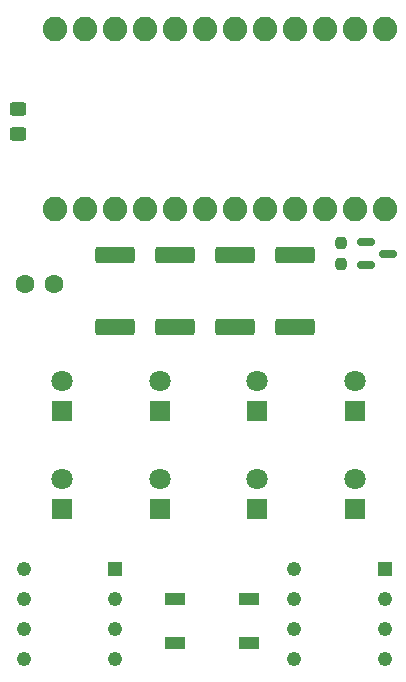
<source format=gbr>
%TF.GenerationSoftware,KiCad,Pcbnew,7.0.9-7.0.9~ubuntu20.04.1*%
%TF.CreationDate,2023-12-28T23:11:07+09:00*%
%TF.ProjectId,diy_oled_3d_controller,6469795f-6f6c-4656-945f-33645f636f6e,rev?*%
%TF.SameCoordinates,Original*%
%TF.FileFunction,Soldermask,Top*%
%TF.FilePolarity,Negative*%
%FSLAX46Y46*%
G04 Gerber Fmt 4.6, Leading zero omitted, Abs format (unit mm)*
G04 Created by KiCad (PCBNEW 7.0.9-7.0.9~ubuntu20.04.1) date 2023-12-28 23:11:07*
%MOMM*%
%LPD*%
G01*
G04 APERTURE LIST*
G04 Aperture macros list*
%AMRoundRect*
0 Rectangle with rounded corners*
0 $1 Rounding radius*
0 $2 $3 $4 $5 $6 $7 $8 $9 X,Y pos of 4 corners*
0 Add a 4 corners polygon primitive as box body*
4,1,4,$2,$3,$4,$5,$6,$7,$8,$9,$2,$3,0*
0 Add four circle primitives for the rounded corners*
1,1,$1+$1,$2,$3*
1,1,$1+$1,$4,$5*
1,1,$1+$1,$6,$7*
1,1,$1+$1,$8,$9*
0 Add four rect primitives between the rounded corners*
20,1,$1+$1,$2,$3,$4,$5,0*
20,1,$1+$1,$4,$5,$6,$7,0*
20,1,$1+$1,$6,$7,$8,$9,0*
20,1,$1+$1,$8,$9,$2,$3,0*%
G04 Aperture macros list end*
%ADD10RoundRect,0.250000X-0.450000X0.325000X-0.450000X-0.325000X0.450000X-0.325000X0.450000X0.325000X0*%
%ADD11RoundRect,0.237500X-0.237500X0.250000X-0.237500X-0.250000X0.237500X-0.250000X0.237500X0.250000X0*%
%ADD12R,1.800000X1.800000*%
%ADD13C,1.800000*%
%ADD14RoundRect,0.150000X-0.587500X-0.150000X0.587500X-0.150000X0.587500X0.150000X-0.587500X0.150000X0*%
%ADD15RoundRect,0.249999X-1.425001X0.450001X-1.425001X-0.450001X1.425001X-0.450001X1.425001X0.450001X0*%
%ADD16C,1.600000*%
%ADD17C,2.082800*%
%ADD18R,1.700000X1.000000*%
%ADD19R,1.220000X1.220000*%
%ADD20C,1.220000*%
G04 APERTURE END LIST*
D10*
%TO.C,F1*%
X93421200Y-60969000D03*
X93421200Y-58919000D03*
%TD*%
D11*
%TO.C,R1*%
X120782500Y-70207500D03*
X120782500Y-72032500D03*
%TD*%
D12*
%TO.C,D6*%
X105410000Y-92715000D03*
D13*
X105410000Y-90175000D03*
%TD*%
D12*
%TO.C,D8*%
X121920000Y-92715000D03*
D13*
X121920000Y-90175000D03*
%TD*%
D12*
%TO.C,D1*%
X97155000Y-84455000D03*
D13*
X97155000Y-81915000D03*
%TD*%
D14*
%TO.C,Q1*%
X122887500Y-70170000D03*
X122887500Y-72070000D03*
X124762500Y-71120000D03*
%TD*%
D12*
%TO.C,D5*%
X97155000Y-92710000D03*
D13*
X97155000Y-90170000D03*
%TD*%
D12*
%TO.C,D4*%
X121920000Y-84460000D03*
D13*
X121920000Y-81920000D03*
%TD*%
D15*
%TO.C,R11*%
X111760000Y-71245000D03*
X111760000Y-77345000D03*
%TD*%
D16*
%TO.C,C1*%
X96500000Y-73660000D03*
X94000000Y-73660000D03*
%TD*%
D12*
%TO.C,D7*%
X113665000Y-92715000D03*
D13*
X113665000Y-90175000D03*
%TD*%
D17*
%TO.C,B1*%
X96520000Y-67310000D03*
X99060000Y-67310000D03*
X101600000Y-67310000D03*
X104140000Y-67310000D03*
X106680000Y-67310000D03*
X109220000Y-67310000D03*
X111760000Y-67310000D03*
X114300000Y-67310000D03*
X116840000Y-67310000D03*
X119380000Y-67310000D03*
X121920000Y-67310000D03*
X124460000Y-67310000D03*
X124460000Y-52070000D03*
X121920000Y-52070000D03*
X119380000Y-52070000D03*
X116840000Y-52070000D03*
X114300000Y-52070000D03*
X111760000Y-52070000D03*
X109220000Y-52070000D03*
X106680000Y-52070000D03*
X104140000Y-52070000D03*
X101600000Y-52070000D03*
X99060000Y-52070000D03*
X96520000Y-52070000D03*
%TD*%
D12*
%TO.C,D2*%
X105410000Y-84455000D03*
D13*
X105410000Y-81915000D03*
%TD*%
D15*
%TO.C,R13*%
X101600000Y-71245000D03*
X101600000Y-77345000D03*
%TD*%
D18*
%TO.C,S1*%
X106705000Y-104135000D03*
X113005000Y-104135000D03*
X106705000Y-100335000D03*
X113005000Y-100335000D03*
%TD*%
D15*
%TO.C,R10*%
X116840000Y-71245000D03*
X116840000Y-77345000D03*
%TD*%
%TO.C,R12*%
X106680000Y-71245000D03*
X106680000Y-77345000D03*
%TD*%
D12*
%TO.C,D3*%
X113665000Y-84455000D03*
D13*
X113665000Y-81915000D03*
%TD*%
D19*
%TO.C,U2*%
X124460000Y-97790000D03*
D20*
X124460000Y-100330000D03*
X124460000Y-102870000D03*
X124460000Y-105410000D03*
X116830000Y-105410000D03*
X116830000Y-102870000D03*
X116830000Y-100330000D03*
X116830000Y-97790000D03*
%TD*%
D19*
%TO.C,U1*%
X101600000Y-97790000D03*
D20*
X101600000Y-100330000D03*
X101600000Y-102870000D03*
X101600000Y-105410000D03*
X93970000Y-105410000D03*
X93970000Y-102870000D03*
X93970000Y-100330000D03*
X93970000Y-97790000D03*
%TD*%
M02*

</source>
